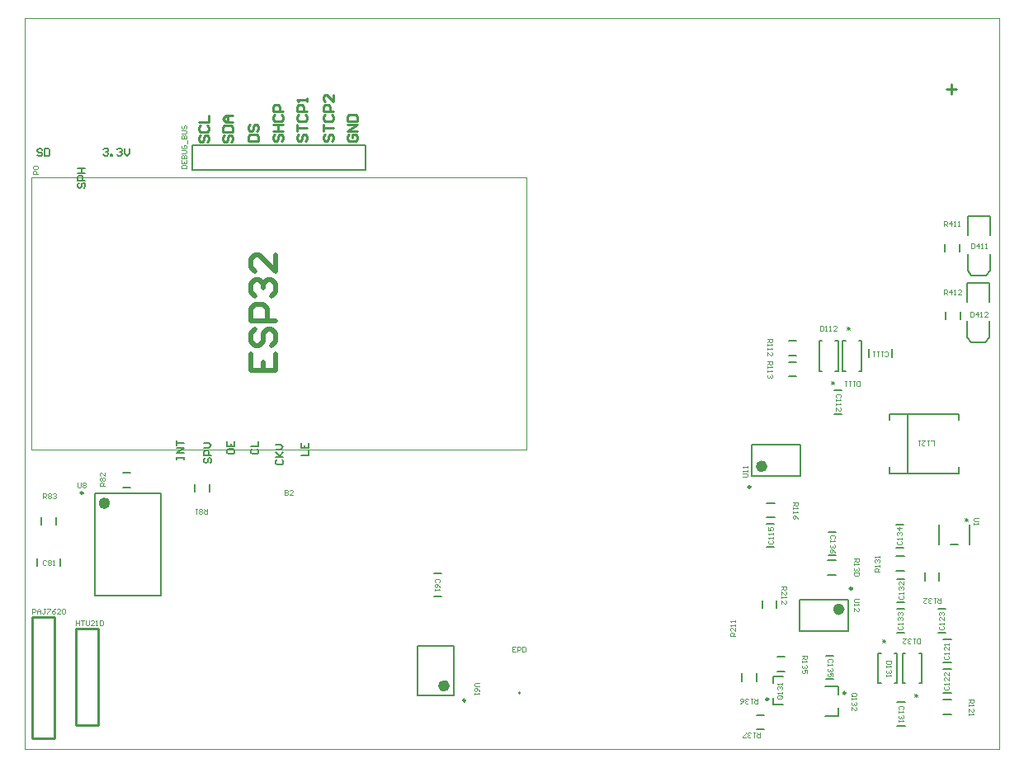
<source format=gto>
G04*
G04 #@! TF.GenerationSoftware,Altium Limited,Altium Designer,18.1.7 (191)*
G04*
G04 Layer_Color=65535*
%FSLAX25Y25*%
%MOIN*%
G70*
G01*
G75*
%ADD10C,0.00787*%
%ADD11C,0.00984*%
%ADD12C,0.02362*%
%ADD13C,0.01000*%
%ADD14C,0.00500*%
%ADD15C,0.00400*%
%ADD16C,0.00600*%
%ADD17C,0.00039*%
%ADD18C,0.02000*%
%ADD19C,0.00800*%
D10*
X200190Y22828D02*
G03*
X200190Y22828I-394J0D01*
G01*
X165225Y71224D02*
X168375D01*
X165225Y61775D02*
X168375D01*
X173184Y21661D02*
Y41739D01*
X158617Y21661D02*
Y41739D01*
Y21661D02*
X173184D01*
X158617Y41739D02*
X173184D01*
X68621Y103920D02*
Y107070D01*
X74526Y103920D02*
Y107070D01*
X39499Y105843D02*
X42648D01*
X39499Y111748D02*
X42648D01*
X28170Y62008D02*
X54941D01*
X28170Y103346D02*
X54941D01*
Y62008D02*
Y103346D01*
X28170Y62008D02*
Y103346D01*
X12526Y90720D02*
Y93870D01*
X6621Y90720D02*
Y93870D01*
X14298Y74020D02*
Y77170D01*
X4849Y74020D02*
Y77170D01*
X67624Y234081D02*
X137624D01*
Y244081D01*
X67624D02*
X137624D01*
X67624Y234081D02*
Y244081D01*
X302418Y26695D02*
Y29254D01*
X306355D01*
X302418Y18231D02*
Y20790D01*
Y18231D02*
X306355D01*
X313058Y60471D02*
X332743D01*
X313058Y47872D02*
X332743D01*
Y60471D01*
X313058Y47872D02*
Y60471D01*
X324361Y76385D02*
X327511D01*
X324361Y70479D02*
X327511D01*
X293657Y110373D02*
X313343D01*
X293657Y122971D02*
X313343D01*
X293657Y110373D02*
Y122971D01*
X313343Y110373D02*
Y122971D01*
X299725Y93647D02*
X302875D01*
X299725Y99553D02*
X302875D01*
X299502Y91072D02*
X302651D01*
X299502Y81623D02*
X302651D01*
X303753Y56925D02*
Y60075D01*
X297847Y56925D02*
Y60075D01*
X328530Y13247D02*
Y16594D01*
X323412Y13247D02*
X328530D01*
Y22105D02*
Y25452D01*
X323412D02*
X328530D01*
X380797Y207818D02*
Y215298D01*
X389852Y207818D02*
Y215298D01*
X380797D02*
X389852D01*
X382371Y191282D02*
X388277D01*
X380797Y193251D02*
Y199944D01*
X388277Y191282D02*
X389852Y193251D01*
X380797D02*
X382371Y191282D01*
X389852Y193251D02*
Y199944D01*
X371571Y200906D02*
Y204056D01*
X377477Y200906D02*
Y204056D01*
X371893Y173706D02*
Y176856D01*
X377799Y173706D02*
Y176856D01*
X380597Y180818D02*
Y188298D01*
X389652Y180818D02*
Y188298D01*
X380597D02*
X389652D01*
X382171Y164282D02*
X388077D01*
X380597Y166251D02*
Y172944D01*
X388077Y164282D02*
X389652Y166251D01*
X380597D02*
X382171Y164282D01*
X389652Y166251D02*
Y172944D01*
X350239Y158425D02*
Y161575D01*
X340791Y158425D02*
Y161575D01*
X326940Y144924D02*
X330090D01*
X326940Y135476D02*
X330090D01*
X308540Y150647D02*
X311690D01*
X308540Y156553D02*
X311690D01*
X308540Y159047D02*
X311690D01*
X308540Y164953D02*
X311690D01*
X324446Y78408D02*
X327596D01*
X324446Y87857D02*
X327596D01*
X295609Y13830D02*
X298758D01*
X295609Y7924D02*
X298758D01*
X323609Y28353D02*
X326758D01*
X323609Y37801D02*
X326758D01*
X295536Y27502D02*
Y30652D01*
X289631Y27502D02*
Y30652D01*
X369391Y68184D02*
Y71334D01*
X363485Y68184D02*
Y71334D01*
X352063Y78012D02*
X355213D01*
X352063Y72106D02*
X355213D01*
X303809Y31524D02*
X306958D01*
X303809Y37430D02*
X306958D01*
X351809Y90776D02*
X354958D01*
X351809Y81327D02*
X354958D01*
X352263Y68883D02*
X355413D01*
X352263Y59435D02*
X355413D01*
X352263Y56683D02*
X355413D01*
X352263Y47235D02*
X355413D01*
X352409Y9527D02*
X355558D01*
X352409Y18976D02*
X355558D01*
X371063Y14206D02*
X374213D01*
X371063Y20112D02*
X374213D01*
X371063Y22835D02*
X374213D01*
X371063Y32283D02*
X374213D01*
X371063Y35035D02*
X374213D01*
X371063Y44483D02*
X374213D01*
X368863Y47235D02*
X372013D01*
X368863Y56683D02*
X372013D01*
D11*
X178006Y19692D02*
G03*
X178006Y19692I-492J0D01*
G01*
X23445Y103524D02*
G03*
X23445Y103524I-492J0D01*
G01*
X300351Y20199D02*
G03*
X300351Y20199I-492J0D01*
G01*
X334239Y64900D02*
G03*
X334239Y64900I-492J0D01*
G01*
X293146Y105943D02*
G03*
X293146Y105943I-492J0D01*
G01*
X331581Y22696D02*
G03*
X331581Y22696I-492J0D01*
G01*
D12*
X170428Y25598D02*
G03*
X170428Y25598I-1181J0D01*
G01*
X33288Y99410D02*
G03*
X33288Y99410I-1181J0D01*
G01*
X329987Y56534D02*
G03*
X329987Y56534I-1181J0D01*
G01*
X298776Y114309D02*
G03*
X298776Y114309I-1181J0D01*
G01*
D13*
X20616Y48718D02*
X29616D01*
Y9718D02*
Y48718D01*
X20616Y9718D02*
X29616D01*
X20616D02*
Y48718D01*
X3016Y53418D02*
X12016D01*
Y4418D02*
Y53418D01*
X3016Y4418D02*
X12016D01*
X3016D02*
Y53418D01*
X374201Y264900D02*
Y268899D01*
X372202Y266899D02*
X376200D01*
X130876Y248529D02*
X130210Y247862D01*
Y246529D01*
X130876Y245863D01*
X133542D01*
X134209Y246529D01*
Y247862D01*
X133542Y248529D01*
X132209D01*
Y247196D01*
X134209Y249862D02*
X130210D01*
X134209Y252527D01*
X130210D01*
Y253860D02*
X134209D01*
Y255860D01*
X133542Y256526D01*
X130876D01*
X130210Y255860D01*
Y253860D01*
X121276Y248529D02*
X120610Y247862D01*
Y246529D01*
X121276Y245863D01*
X121943D01*
X122609Y246529D01*
Y247862D01*
X123276Y248529D01*
X123942D01*
X124609Y247862D01*
Y246529D01*
X123942Y245863D01*
X120610Y249862D02*
Y252527D01*
Y251195D01*
X124609D01*
X121276Y256526D02*
X120610Y255860D01*
Y254527D01*
X121276Y253860D01*
X123942D01*
X124609Y254527D01*
Y255860D01*
X123942Y256526D01*
X124609Y257859D02*
X120610D01*
Y259858D01*
X121276Y260525D01*
X122609D01*
X123276Y259858D01*
Y257859D01*
X124609Y264524D02*
Y261858D01*
X121943Y264524D01*
X121276D01*
X120610Y263857D01*
Y262524D01*
X121276Y261858D01*
X110776Y248529D02*
X110110Y247862D01*
Y246529D01*
X110776Y245863D01*
X111443D01*
X112109Y246529D01*
Y247862D01*
X112776Y248529D01*
X113442D01*
X114109Y247862D01*
Y246529D01*
X113442Y245863D01*
X110110Y249862D02*
Y252527D01*
Y251195D01*
X114109D01*
X110776Y256526D02*
X110110Y255860D01*
Y254527D01*
X110776Y253860D01*
X113442D01*
X114109Y254527D01*
Y255860D01*
X113442Y256526D01*
X114109Y257859D02*
X110110D01*
Y259858D01*
X110776Y260525D01*
X112109D01*
X112776Y259858D01*
Y257859D01*
X114109Y261858D02*
Y263191D01*
Y262524D01*
X110110D01*
X110776Y261858D01*
X100876Y248529D02*
X100210Y247862D01*
Y246529D01*
X100876Y245863D01*
X101543D01*
X102209Y246529D01*
Y247862D01*
X102876Y248529D01*
X103542D01*
X104209Y247862D01*
Y246529D01*
X103542Y245863D01*
X100210Y249862D02*
X104209D01*
X102209D01*
Y252527D01*
X100210D01*
X104209D01*
X100876Y256526D02*
X100210Y255860D01*
Y254527D01*
X100876Y253860D01*
X103542D01*
X104209Y254527D01*
Y255860D01*
X103542Y256526D01*
X104209Y257859D02*
X100210D01*
Y259858D01*
X100876Y260525D01*
X102209D01*
X102876Y259858D01*
Y257859D01*
X90210Y245863D02*
X94209D01*
Y247862D01*
X93542Y248529D01*
X90876D01*
X90210Y247862D01*
Y245863D01*
X90876Y252527D02*
X90210Y251861D01*
Y250528D01*
X90876Y249862D01*
X91543D01*
X92209Y250528D01*
Y251861D01*
X92876Y252527D01*
X93542D01*
X94209Y251861D01*
Y250528D01*
X93542Y249862D01*
X80676Y248029D02*
X80010Y247362D01*
Y246029D01*
X80676Y245363D01*
X81343D01*
X82009Y246029D01*
Y247362D01*
X82676Y248029D01*
X83342D01*
X84009Y247362D01*
Y246029D01*
X83342Y245363D01*
X80010Y249362D02*
X84009D01*
Y251361D01*
X83342Y252027D01*
X80676D01*
X80010Y251361D01*
Y249362D01*
X84009Y253360D02*
X81343D01*
X80010Y254693D01*
X81343Y256026D01*
X84009D01*
X82009D01*
Y253360D01*
X70976Y248029D02*
X70310Y247362D01*
Y246029D01*
X70976Y245363D01*
X71643D01*
X72309Y246029D01*
Y247362D01*
X72976Y248029D01*
X73642D01*
X74309Y247362D01*
Y246029D01*
X73642Y245363D01*
X70976Y252027D02*
X70310Y251361D01*
Y250028D01*
X70976Y249362D01*
X73642D01*
X74309Y250028D01*
Y251361D01*
X73642Y252027D01*
X70310Y253360D02*
X74309D01*
Y256026D01*
D14*
X356705Y111447D02*
Y135447D01*
X349205Y111447D02*
Y113947D01*
Y111447D02*
X377205D01*
Y113947D01*
Y132947D02*
Y135447D01*
X349205D02*
X377205D01*
X349205Y132947D02*
Y135447D01*
D15*
X393701Y0D02*
Y295276D01*
X0D02*
X393701D01*
X0Y0D02*
Y295276D01*
Y0D02*
X393701D01*
X325549Y147250D02*
X326882Y148583D01*
Y147250D02*
X325549Y148583D01*
X326216Y147250D02*
Y148583D01*
X326882Y147916D02*
X325549D01*
X333335Y170743D02*
X332002Y169410D01*
Y170743D02*
X333335Y169410D01*
X332668Y170743D02*
Y169410D01*
X332002Y170077D02*
X333335D01*
X359272Y21009D02*
X360604Y22342D01*
Y21009D02*
X359272Y22342D01*
X359938Y21009D02*
Y22342D01*
X360604Y21676D02*
X359272D01*
X347689Y44509D02*
X346356Y43176D01*
Y44509D02*
X347689Y43176D01*
X347022Y44509D02*
Y43176D01*
X346356Y43843D02*
X347689D01*
X380830Y93537D02*
X379497Y92204D01*
Y93537D02*
X380830Y92204D01*
X380163Y93537D02*
Y92204D01*
X379497Y92870D02*
X380830D01*
X7174Y101295D02*
Y103295D01*
X8173D01*
X8506Y102961D01*
Y102295D01*
X8173Y101962D01*
X7174D01*
X7840D02*
X8506Y101295D01*
X9173Y102961D02*
X9506Y103295D01*
X10173D01*
X10506Y102961D01*
Y102628D01*
X10173Y102295D01*
X10506Y101962D01*
Y101628D01*
X10173Y101295D01*
X9506D01*
X9173Y101628D01*
Y101962D01*
X9506Y102295D01*
X9173Y102628D01*
Y102961D01*
X9506Y102295D02*
X10173D01*
X11172Y102961D02*
X11506Y103295D01*
X12172D01*
X12505Y102961D01*
Y102628D01*
X12172Y102295D01*
X11839D01*
X12172D01*
X12505Y101962D01*
Y101628D01*
X12172Y101295D01*
X11506D01*
X11172Y101628D01*
X2816Y54718D02*
Y56717D01*
X3815D01*
X4148Y56384D01*
Y55718D01*
X3815Y55384D01*
X2816D01*
X4815Y54718D02*
Y56051D01*
X5481Y56717D01*
X6148Y56051D01*
Y54718D01*
Y55718D01*
X4815D01*
X8147Y56717D02*
X7481D01*
X7814D01*
Y55051D01*
X7481Y54718D01*
X7147D01*
X6814Y55051D01*
X8814Y56717D02*
X10147D01*
Y56384D01*
X8814Y55051D01*
Y54718D01*
X12146Y56717D02*
X11479Y56384D01*
X10813Y55718D01*
Y55051D01*
X11146Y54718D01*
X11813D01*
X12146Y55051D01*
Y55384D01*
X11813Y55718D01*
X10813D01*
X14145Y54718D02*
X12812D01*
X14145Y56051D01*
Y56384D01*
X13812Y56717D01*
X13146D01*
X12812Y56384D01*
X14812D02*
X15145Y56717D01*
X15811D01*
X16145Y56384D01*
Y55051D01*
X15811Y54718D01*
X15145D01*
X14812Y55051D01*
Y56384D01*
X104900Y104899D02*
Y102900D01*
X105900D01*
X106233Y103233D01*
Y103566D01*
X105900Y103900D01*
X104900D01*
X105900D01*
X106233Y104233D01*
Y104566D01*
X105900Y104899D01*
X104900D01*
X108232Y102900D02*
X106899D01*
X108232Y104233D01*
Y104566D01*
X107899Y104899D01*
X107232D01*
X106899Y104566D01*
X21374Y107795D02*
Y106129D01*
X21707Y105795D01*
X22373D01*
X22706Y106129D01*
Y107795D01*
X23373Y107461D02*
X23706Y107795D01*
X24373D01*
X24706Y107461D01*
Y107128D01*
X24373Y106795D01*
X24706Y106462D01*
Y106129D01*
X24373Y105795D01*
X23706D01*
X23373Y106129D01*
Y106462D01*
X23706Y106795D01*
X23373Y107128D01*
Y107461D01*
X23706Y106795D02*
X24373D01*
X32174Y106395D02*
X30174D01*
Y107395D01*
X30507Y107728D01*
X31174D01*
X31507Y107395D01*
Y106395D01*
Y107062D02*
X32174Y107728D01*
X30507Y108395D02*
X30174Y108728D01*
Y109394D01*
X30507Y109728D01*
X30841D01*
X31174Y109394D01*
X31507Y109728D01*
X31840D01*
X32174Y109394D01*
Y108728D01*
X31840Y108395D01*
X31507D01*
X31174Y108728D01*
X30841Y108395D01*
X30507D01*
X31174Y108728D02*
Y109394D01*
X32174Y111727D02*
Y110394D01*
X30841Y111727D01*
X30507D01*
X30174Y111394D01*
Y110727D01*
X30507Y110394D01*
X73774Y96995D02*
Y94996D01*
X72774D01*
X72441Y95329D01*
Y95996D01*
X72774Y96329D01*
X73774D01*
X73107D02*
X72441Y96995D01*
X71774Y95329D02*
X71441Y94996D01*
X70775D01*
X70441Y95329D01*
Y95662D01*
X70775Y95996D01*
X70441Y96329D01*
Y96662D01*
X70775Y96995D01*
X71441D01*
X71774Y96662D01*
Y96329D01*
X71441Y95996D01*
X71774Y95662D01*
Y95329D01*
X71441Y95996D02*
X70775D01*
X69775Y96995D02*
X69108D01*
X69442D01*
Y94996D01*
X69775Y95329D01*
X8506Y76161D02*
X8173Y76495D01*
X7507D01*
X7174Y76161D01*
Y74828D01*
X7507Y74495D01*
X8173D01*
X8506Y74828D01*
X9173Y76161D02*
X9506Y76495D01*
X10173D01*
X10506Y76161D01*
Y75828D01*
X10173Y75495D01*
X10506Y75162D01*
Y74828D01*
X10173Y74495D01*
X9506D01*
X9173Y74828D01*
Y75162D01*
X9506Y75495D01*
X9173Y75828D01*
Y76161D01*
X9506Y75495D02*
X10173D01*
X11172Y74495D02*
X11839D01*
X11506D01*
Y76495D01*
X11172Y76161D01*
X20516Y52217D02*
Y50218D01*
Y51218D01*
X21848D01*
Y52217D01*
Y50218D01*
X22515Y52217D02*
X23848D01*
X23181D01*
Y50218D01*
X24514Y52217D02*
Y50551D01*
X24847Y50218D01*
X25514D01*
X25847Y50551D01*
Y52217D01*
X27847Y50218D02*
X26514D01*
X27847Y51551D01*
Y51884D01*
X27513Y52217D01*
X26847D01*
X26514Y51884D01*
X28513Y50218D02*
X29179D01*
X28846D01*
Y52217D01*
X28513Y51884D01*
X30179Y52217D02*
Y50218D01*
X31179D01*
X31512Y50551D01*
Y51884D01*
X31179Y52217D01*
X30179D01*
X183599Y26900D02*
X181933D01*
X181600Y26567D01*
Y25900D01*
X181933Y25567D01*
X183599D01*
Y23568D02*
X183266Y24234D01*
X182600Y24901D01*
X181933D01*
X181600Y24567D01*
Y23901D01*
X181933Y23568D01*
X182266D01*
X182600Y23901D01*
Y24901D01*
X181600Y22901D02*
Y22235D01*
Y22568D01*
X183599D01*
X183266Y22901D01*
X167381Y67367D02*
X167714Y67700D01*
Y68367D01*
X167381Y68700D01*
X166048D01*
X165715Y68367D01*
Y67700D01*
X166048Y67367D01*
X167714Y65368D02*
X167381Y66034D01*
X166715Y66701D01*
X166048D01*
X165715Y66367D01*
Y65701D01*
X166048Y65368D01*
X166381D01*
X166715Y65701D01*
Y66701D01*
X165715Y64701D02*
Y64035D01*
Y64368D01*
X167714D01*
X167381Y64701D01*
X63425Y234881D02*
X65424D01*
Y235881D01*
X65091Y236214D01*
X63758D01*
X63425Y235881D01*
Y234881D01*
Y238213D02*
Y236880D01*
X65424D01*
Y238213D01*
X64424Y236880D02*
Y237547D01*
X63425Y238880D02*
X65424D01*
Y239879D01*
X65091Y240213D01*
X64758D01*
X64424Y239879D01*
Y238880D01*
Y239879D01*
X64091Y240213D01*
X63758D01*
X63425Y239879D01*
Y238880D01*
Y240879D02*
X65091D01*
X65424Y241212D01*
Y241879D01*
X65091Y242212D01*
X63425D01*
X63758Y244211D02*
X63425Y243878D01*
Y243212D01*
X63758Y242878D01*
X65091D01*
X65424Y243212D01*
Y243878D01*
X65091Y244211D01*
X64424D01*
Y243545D01*
X65757Y244878D02*
Y246211D01*
X63425Y246877D02*
X65424D01*
Y247877D01*
X65091Y248210D01*
X64758D01*
X64424Y247877D01*
Y246877D01*
Y247877D01*
X64091Y248210D01*
X63758D01*
X63425Y247877D01*
Y246877D01*
Y248876D02*
X65091D01*
X65424Y249210D01*
Y249876D01*
X65091Y250209D01*
X63425D01*
X63758Y252209D02*
X63425Y251875D01*
Y251209D01*
X63758Y250876D01*
X64091D01*
X64424Y251209D01*
Y251875D01*
X64758Y252209D01*
X65091D01*
X65424Y251875D01*
Y251209D01*
X65091Y250876D01*
X305547Y21775D02*
X304214D01*
X303881Y21442D01*
Y20776D01*
X304214Y20442D01*
X305547D01*
X305880Y20776D01*
Y21442D01*
X305214Y21109D02*
X305880Y21775D01*
Y21442D02*
X305547Y21775D01*
X305880Y22442D02*
Y23108D01*
Y22775D01*
X303881D01*
X304214Y22442D01*
Y24108D02*
X303881Y24441D01*
Y25108D01*
X304214Y25441D01*
X304547D01*
X304881Y25108D01*
Y24774D01*
Y25108D01*
X305214Y25441D01*
X305547D01*
X305880Y25108D01*
Y24441D01*
X305547Y24108D01*
X305880Y26107D02*
Y26774D01*
Y26441D01*
X303881D01*
X304214Y26107D01*
X286800Y45900D02*
X284801D01*
Y46900D01*
X285134Y47233D01*
X285800D01*
X286134Y46900D01*
Y45900D01*
Y46566D02*
X286800Y47233D01*
Y49232D02*
Y47899D01*
X285467Y49232D01*
X285134D01*
X284801Y48899D01*
Y48233D01*
X285134Y47899D01*
X286800Y49899D02*
Y50565D01*
Y50232D01*
X284801D01*
X285134Y49899D01*
X286800Y51565D02*
Y52231D01*
Y51898D01*
X284801D01*
X285134Y51565D01*
X336935Y60732D02*
X335269D01*
X334936Y60399D01*
Y59733D01*
X335269Y59399D01*
X336935D01*
X334936Y58733D02*
Y58066D01*
Y58400D01*
X336935D01*
X336602Y58733D01*
X334936Y55734D02*
Y57067D01*
X336269Y55734D01*
X336602D01*
X336935Y56067D01*
Y56734D01*
X336602Y57067D01*
X290087Y110232D02*
X291753D01*
X292087Y110565D01*
Y111232D01*
X291753Y111565D01*
X290087D01*
X292087Y112232D02*
Y112898D01*
Y112565D01*
X290087D01*
X290420Y112232D01*
X292087Y113898D02*
Y114564D01*
Y114231D01*
X290087D01*
X290420Y113898D01*
X310276Y99738D02*
X312276D01*
Y98738D01*
X311943Y98405D01*
X311276D01*
X310943Y98738D01*
Y99738D01*
Y99072D02*
X310276Y98405D01*
Y97739D02*
Y97072D01*
Y97405D01*
X312276D01*
X311943Y97739D01*
X310276Y96073D02*
Y95406D01*
Y95739D01*
X312276D01*
X311943Y96073D01*
X312276Y93073D02*
X311943Y93740D01*
X311276Y94406D01*
X310610D01*
X310276Y94073D01*
Y93407D01*
X310610Y93073D01*
X310943D01*
X311276Y93407D01*
Y94406D01*
X334936Y76932D02*
X336935D01*
Y75933D01*
X336602Y75599D01*
X335936D01*
X335603Y75933D01*
Y76932D01*
Y76266D02*
X334936Y75599D01*
Y74933D02*
Y74266D01*
Y74600D01*
X336935D01*
X336602Y74933D01*
Y73267D02*
X336935Y72934D01*
Y72267D01*
X336602Y71934D01*
X336269D01*
X335936Y72267D01*
Y72600D01*
Y72267D01*
X335603Y71934D01*
X335269D01*
X334936Y72267D01*
Y72934D01*
X335269Y73267D01*
X336935Y71267D02*
X334936D01*
Y70268D01*
X335269Y69934D01*
X336602D01*
X336935Y70268D01*
Y71267D01*
X300734Y84433D02*
X300401Y84100D01*
Y83433D01*
X300734Y83100D01*
X302067D01*
X302400Y83433D01*
Y84100D01*
X302067Y84433D01*
X302400Y85099D02*
Y85766D01*
Y85433D01*
X300401D01*
X300734Y85099D01*
X302400Y86765D02*
Y87432D01*
Y87099D01*
X300401D01*
X300734Y86765D01*
X300401Y89764D02*
Y88432D01*
X301400D01*
X301067Y89098D01*
Y89431D01*
X301400Y89764D01*
X302067D01*
X302400Y89431D01*
Y88765D01*
X302067Y88432D01*
X334217Y21344D02*
X335550D01*
X335883Y21677D01*
Y22344D01*
X335550Y22677D01*
X334217D01*
X333883Y22344D01*
Y21677D01*
X334550Y22011D02*
X333883Y21344D01*
Y21677D02*
X334217Y21344D01*
X333883Y20678D02*
Y20011D01*
Y20344D01*
X335883D01*
X335550Y20678D01*
Y19012D02*
X335883Y18678D01*
Y18012D01*
X335550Y17679D01*
X335216D01*
X334883Y18012D01*
Y18345D01*
Y18012D01*
X334550Y17679D01*
X334217D01*
X333883Y18012D01*
Y18678D01*
X334217Y19012D01*
X333883Y15679D02*
Y17012D01*
X335216Y15679D01*
X335550D01*
X335883Y16013D01*
Y16679D01*
X335550Y17012D01*
X296983Y6677D02*
Y4678D01*
X295984D01*
X295651Y5011D01*
Y5677D01*
X295984Y6010D01*
X296983D01*
X296317D02*
X295651Y6677D01*
X294984D02*
X294318D01*
X294651D01*
Y4678D01*
X294984Y5011D01*
X293318D02*
X292985Y4678D01*
X292318D01*
X291985Y5011D01*
Y5344D01*
X292318Y5677D01*
X292652D01*
X292318D01*
X291985Y6010D01*
Y6344D01*
X292318Y6677D01*
X292985D01*
X293318Y6344D01*
X291319Y4678D02*
X289986D01*
Y5011D01*
X291319Y6344D01*
Y6677D01*
X299915Y156600D02*
X301915D01*
Y155600D01*
X301581Y155267D01*
X300915D01*
X300582Y155600D01*
Y156600D01*
Y155934D02*
X299915Y155267D01*
Y154601D02*
Y153934D01*
Y154267D01*
X301915D01*
X301581Y154601D01*
X299915Y152935D02*
Y152268D01*
Y152601D01*
X301915D01*
X301581Y152935D01*
Y151268D02*
X301915Y150935D01*
Y150269D01*
X301581Y149935D01*
X301248D01*
X300915Y150269D01*
Y150602D01*
Y150269D01*
X300582Y149935D01*
X300248D01*
X299915Y150269D01*
Y150935D01*
X300248Y151268D01*
X299915Y165600D02*
X301915D01*
Y164600D01*
X301581Y164267D01*
X300915D01*
X300582Y164600D01*
Y165600D01*
Y164934D02*
X299915Y164267D01*
Y163601D02*
Y162934D01*
Y163267D01*
X301915D01*
X301581Y163601D01*
X299915Y161934D02*
Y161268D01*
Y161601D01*
X301915D01*
X301581Y161934D01*
X299915Y158935D02*
Y160268D01*
X301248Y158935D01*
X301581D01*
X301915Y159269D01*
Y159935D01*
X301581Y160268D01*
X326887Y84999D02*
X327221Y85333D01*
Y85999D01*
X326887Y86332D01*
X325554D01*
X325221Y85999D01*
Y85333D01*
X325554Y84999D01*
X325221Y84333D02*
Y83666D01*
Y84000D01*
X327221D01*
X326887Y84333D01*
Y82667D02*
X327221Y82333D01*
Y81667D01*
X326887Y81334D01*
X326554D01*
X326221Y81667D01*
Y82000D01*
Y81667D01*
X325888Y81334D01*
X325554D01*
X325221Y81667D01*
Y82333D01*
X325554Y82667D01*
X327221Y79334D02*
X326887Y80001D01*
X326221Y80667D01*
X325554D01*
X325221Y80334D01*
Y79668D01*
X325554Y79334D01*
X325888D01*
X326221Y79668D01*
Y80667D01*
X325850Y35144D02*
X326183Y35477D01*
Y36144D01*
X325850Y36477D01*
X324517D01*
X324183Y36144D01*
Y35477D01*
X324517Y35144D01*
X324183Y34478D02*
Y33811D01*
Y34144D01*
X326183D01*
X325850Y34478D01*
Y32811D02*
X326183Y32478D01*
Y31812D01*
X325850Y31479D01*
X325516D01*
X325183Y31812D01*
Y32145D01*
Y31812D01*
X324850Y31479D01*
X324517D01*
X324183Y31812D01*
Y32478D01*
X324517Y32811D01*
X326183Y29479D02*
Y30812D01*
X325183D01*
X325516Y30146D01*
Y29812D01*
X325183Y29479D01*
X324517D01*
X324183Y29812D01*
Y30479D01*
X324517Y30812D01*
X385237Y93559D02*
X383571D01*
X383238Y93226D01*
Y92559D01*
X383571Y92226D01*
X385237D01*
X383238Y91560D02*
Y90893D01*
Y91226D01*
X385237D01*
X384904Y91560D01*
X371168Y183881D02*
Y185880D01*
X372168D01*
X372501Y185547D01*
Y184881D01*
X372168Y184547D01*
X371168D01*
X371834D02*
X372501Y183881D01*
X374167D02*
Y185880D01*
X373167Y184881D01*
X374500D01*
X375167Y183881D02*
X375833D01*
X375500D01*
Y185880D01*
X375167Y185547D01*
X378166Y183881D02*
X376833D01*
X378166Y185214D01*
Y185547D01*
X377833Y185880D01*
X377166D01*
X376833Y185547D01*
X371124Y211281D02*
Y213280D01*
X372124D01*
X372457Y212947D01*
Y212281D01*
X372124Y211947D01*
X371124D01*
X371791D02*
X372457Y211281D01*
X374123D02*
Y213280D01*
X373123Y212281D01*
X374456D01*
X375123Y211281D02*
X375789D01*
X375456D01*
Y213280D01*
X375123Y212947D01*
X376789Y211281D02*
X377455D01*
X377122D01*
Y213280D01*
X376789Y212947D01*
X305700Y65700D02*
X307699D01*
Y64700D01*
X307366Y64367D01*
X306700D01*
X306366Y64700D01*
Y65700D01*
Y65034D02*
X305700Y64367D01*
Y62368D02*
Y63701D01*
X307033Y62368D01*
X307366D01*
X307699Y62701D01*
Y63367D01*
X307366Y63701D01*
X305700Y61701D02*
Y61035D01*
Y61368D01*
X307699D01*
X307366Y61701D01*
X305700Y58702D02*
Y60035D01*
X307033Y58702D01*
X307366D01*
X307699Y59035D01*
Y59702D01*
X307366Y60035D01*
X295983Y20477D02*
Y18478D01*
X294984D01*
X294651Y18811D01*
Y19477D01*
X294984Y19811D01*
X295983D01*
X295317D02*
X294651Y20477D01*
X293984D02*
X293318D01*
X293651D01*
Y18478D01*
X293984Y18811D01*
X292318D02*
X291985Y18478D01*
X291318D01*
X290985Y18811D01*
Y19144D01*
X291318Y19477D01*
X291652D01*
X291318D01*
X290985Y19811D01*
Y20144D01*
X291318Y20477D01*
X291985D01*
X292318Y20144D01*
X288986Y18478D02*
X289652Y18811D01*
X290319Y19477D01*
Y20144D01*
X289985Y20477D01*
X289319D01*
X288986Y20144D01*
Y19811D01*
X289319Y19477D01*
X290319D01*
X313983Y37877D02*
X315983D01*
Y36877D01*
X315650Y36544D01*
X314983D01*
X314650Y36877D01*
Y37877D01*
Y37211D02*
X313983Y36544D01*
Y35878D02*
Y35211D01*
Y35544D01*
X315983D01*
X315650Y35878D01*
Y34212D02*
X315983Y33878D01*
Y33212D01*
X315650Y32879D01*
X315316D01*
X314983Y33212D01*
Y33545D01*
Y33212D01*
X314650Y32879D01*
X314317D01*
X313983Y33212D01*
Y33878D01*
X314317Y34212D01*
X315983Y30879D02*
Y32212D01*
X314983D01*
X315316Y31546D01*
Y31212D01*
X314983Y30879D01*
X314317D01*
X313983Y31212D01*
Y31879D01*
X314317Y32212D01*
X369838Y61159D02*
Y59160D01*
X368838D01*
X368505Y59493D01*
Y60159D01*
X368838Y60493D01*
X369838D01*
X369171D02*
X368505Y61159D01*
X367838D02*
X367172D01*
X367505D01*
Y59160D01*
X367838Y59493D01*
X366172D02*
X365839Y59160D01*
X365173D01*
X364839Y59493D01*
Y59826D01*
X365173Y60159D01*
X365506D01*
X365173D01*
X364839Y60493D01*
Y60826D01*
X365173Y61159D01*
X365839D01*
X366172Y60826D01*
X362840Y61159D02*
X364173D01*
X362840Y59826D01*
Y59493D01*
X363173Y59160D01*
X363840D01*
X364173Y59493D01*
X345238Y71859D02*
X343238D01*
Y72859D01*
X343571Y73192D01*
X344238D01*
X344571Y72859D01*
Y71859D01*
Y72526D02*
X345238Y73192D01*
Y73858D02*
Y74525D01*
Y74192D01*
X343238D01*
X343571Y73858D01*
Y75524D02*
X343238Y75858D01*
Y76524D01*
X343571Y76857D01*
X343905D01*
X344238Y76524D01*
Y76191D01*
Y76524D01*
X344571Y76857D01*
X344904D01*
X345238Y76524D01*
Y75858D01*
X344904Y75524D01*
X345238Y77524D02*
Y78190D01*
Y77857D01*
X343238D01*
X343571Y77524D01*
X381383Y20151D02*
X383383D01*
Y19151D01*
X383050Y18818D01*
X382383D01*
X382050Y19151D01*
Y20151D01*
Y19485D02*
X381383Y18818D01*
Y18152D02*
Y17485D01*
Y17819D01*
X383383D01*
X383050Y18152D01*
X381383Y15153D02*
Y16486D01*
X382716Y15153D01*
X383050D01*
X383383Y15486D01*
Y16152D01*
X383050Y16486D01*
X381383Y14486D02*
Y13820D01*
Y14153D01*
X383383D01*
X383050Y14486D01*
X5124Y232500D02*
X3125D01*
Y233500D01*
X3458Y233833D01*
X4124D01*
X4458Y233500D01*
Y232500D01*
X3458Y234499D02*
X3125Y234833D01*
Y235499D01*
X3458Y235832D01*
X4791D01*
X5124Y235499D01*
Y234833D01*
X4791Y234499D01*
X3458D01*
X367205Y122848D02*
Y124847D01*
X365872D01*
X365205D02*
X364539D01*
X364872D01*
Y122848D01*
X365205Y123181D01*
X362206Y124847D02*
X363539D01*
X362206Y123514D01*
Y123181D01*
X362540Y122848D01*
X363206D01*
X363539Y123181D01*
X361540Y124847D02*
X360873D01*
X361207D01*
Y122848D01*
X361540Y123181D01*
X198176Y41362D02*
X196843D01*
Y39363D01*
X198176D01*
X196843Y40363D02*
X197510D01*
X198843Y39363D02*
Y41362D01*
X199842D01*
X200176Y41029D01*
Y40363D01*
X199842Y40029D01*
X198843D01*
X200842Y41362D02*
Y39363D01*
X201842D01*
X202175Y39696D01*
Y41029D01*
X201842Y41362D01*
X200842D01*
X382024Y176780D02*
Y174781D01*
X383024D01*
X383357Y175114D01*
Y176447D01*
X383024Y176780D01*
X382024D01*
X385023Y174781D02*
Y176780D01*
X384023Y175781D01*
X385356D01*
X386023Y174781D02*
X386689D01*
X386356D01*
Y176780D01*
X386023Y176447D01*
X389022Y174781D02*
X387689D01*
X389022Y176114D01*
Y176447D01*
X388688Y176780D01*
X388022D01*
X387689Y176447D01*
X382424Y204480D02*
Y202481D01*
X383424D01*
X383757Y202814D01*
Y204147D01*
X383424Y204480D01*
X382424D01*
X385423Y202481D02*
Y204480D01*
X384423Y203481D01*
X385756D01*
X386423Y202481D02*
X387089D01*
X386756D01*
Y204480D01*
X386423Y204147D01*
X388089Y202481D02*
X388755D01*
X388422D01*
Y204480D01*
X388089Y204147D01*
X361638Y42645D02*
Y44644D01*
X360638D01*
X360305Y44311D01*
Y42978D01*
X360638Y42645D01*
X361638D01*
X359638Y44644D02*
X358972D01*
X359305D01*
Y42645D01*
X359638Y42978D01*
X357972D02*
X357639Y42645D01*
X356973D01*
X356639Y42978D01*
Y43311D01*
X356973Y43644D01*
X357306D01*
X356973D01*
X356639Y43978D01*
Y44311D01*
X356973Y44644D01*
X357639D01*
X357972Y44311D01*
X354640Y44644D02*
X355973D01*
X354640Y43311D01*
Y42978D01*
X354973Y42645D01*
X355640D01*
X355973Y42978D01*
X349783Y35851D02*
X347783D01*
Y34851D01*
X348117Y34518D01*
X349449D01*
X349783Y34851D01*
Y35851D01*
X347783Y33852D02*
Y33185D01*
Y33518D01*
X349783D01*
X349449Y33852D01*
Y32186D02*
X349783Y31852D01*
Y31186D01*
X349449Y30853D01*
X349116D01*
X348783Y31186D01*
Y31519D01*
Y31186D01*
X348450Y30853D01*
X348117D01*
X347783Y31186D01*
Y31852D01*
X348117Y32186D01*
X347783Y30186D02*
Y29520D01*
Y29853D01*
X349783D01*
X349449Y30186D01*
X321115Y171199D02*
Y169200D01*
X322115D01*
X322448Y169533D01*
Y170866D01*
X322115Y171199D01*
X321115D01*
X323114Y169200D02*
X323781D01*
X323448D01*
Y171199D01*
X323114Y170866D01*
X324781Y169200D02*
X325447D01*
X325114D01*
Y171199D01*
X324781Y170866D01*
X327780Y169200D02*
X326447D01*
X327780Y170533D01*
Y170866D01*
X327447Y171199D01*
X326780D01*
X326447Y170866D01*
X337169Y146794D02*
Y148793D01*
X336169D01*
X335836Y148460D01*
Y147127D01*
X336169Y146794D01*
X337169D01*
X335169Y148793D02*
X334503D01*
X334836D01*
Y146794D01*
X335169Y147127D01*
X333503Y148793D02*
X332837D01*
X333170D01*
Y146794D01*
X333503Y147127D01*
X331837Y148793D02*
X331171D01*
X331504D01*
Y146794D01*
X331837Y147127D01*
X352717Y83984D02*
X352384Y83651D01*
Y82984D01*
X352717Y82651D01*
X354050D01*
X354383Y82984D01*
Y83651D01*
X354050Y83984D01*
X354383Y84650D02*
Y85317D01*
Y84984D01*
X352384D01*
X352717Y84650D01*
Y86317D02*
X352384Y86650D01*
Y87316D01*
X352717Y87650D01*
X353050D01*
X353384Y87316D01*
Y86983D01*
Y87316D01*
X353717Y87650D01*
X354050D01*
X354383Y87316D01*
Y86650D01*
X354050Y86317D01*
X354383Y89316D02*
X352384D01*
X353384Y88316D01*
Y89649D01*
X352972Y49892D02*
X352638Y49559D01*
Y48892D01*
X352972Y48559D01*
X354304D01*
X354638Y48892D01*
Y49559D01*
X354304Y49892D01*
X354638Y50558D02*
Y51225D01*
Y50892D01*
X352638D01*
X352972Y50558D01*
Y52224D02*
X352638Y52558D01*
Y53224D01*
X352972Y53557D01*
X353305D01*
X353638Y53224D01*
Y52891D01*
Y53224D01*
X353971Y53557D01*
X354304D01*
X354638Y53224D01*
Y52558D01*
X354304Y52224D01*
X352972Y54224D02*
X352638Y54557D01*
Y55224D01*
X352972Y55557D01*
X353305D01*
X353638Y55224D01*
Y54890D01*
Y55224D01*
X353971Y55557D01*
X354304D01*
X354638Y55224D01*
Y54557D01*
X354304Y54224D01*
X353171Y62092D02*
X352838Y61759D01*
Y61092D01*
X353171Y60759D01*
X354504D01*
X354838Y61092D01*
Y61759D01*
X354504Y62092D01*
X354838Y62758D02*
Y63425D01*
Y63092D01*
X352838D01*
X353171Y62758D01*
Y64425D02*
X352838Y64758D01*
Y65424D01*
X353171Y65757D01*
X353505D01*
X353838Y65424D01*
Y65091D01*
Y65424D01*
X354171Y65757D01*
X354504D01*
X354838Y65424D01*
Y64758D01*
X354504Y64425D01*
X354838Y67757D02*
Y66424D01*
X353505Y67757D01*
X353171D01*
X352838Y67423D01*
Y66757D01*
X353171Y66424D01*
X354649Y15918D02*
X354983Y16251D01*
Y16918D01*
X354649Y17251D01*
X353317D01*
X352983Y16918D01*
Y16251D01*
X353317Y15918D01*
X352983Y15252D02*
Y14585D01*
Y14919D01*
X354983D01*
X354649Y15252D01*
Y13586D02*
X354983Y13252D01*
Y12586D01*
X354649Y12253D01*
X354316D01*
X353983Y12586D01*
Y12919D01*
Y12586D01*
X353650Y12253D01*
X353317D01*
X352983Y12586D01*
Y13252D01*
X353317Y13586D01*
X352983Y11586D02*
Y10920D01*
Y11253D01*
X354983D01*
X354649Y11586D01*
X369571Y49892D02*
X369238Y49559D01*
Y48892D01*
X369571Y48559D01*
X370904D01*
X371238Y48892D01*
Y49559D01*
X370904Y49892D01*
X371238Y50558D02*
Y51225D01*
Y50892D01*
X369238D01*
X369571Y50558D01*
X371238Y53557D02*
Y52224D01*
X369905Y53557D01*
X369571D01*
X369238Y53224D01*
Y52558D01*
X369571Y52224D01*
Y54224D02*
X369238Y54557D01*
Y55224D01*
X369571Y55557D01*
X369905D01*
X370238Y55224D01*
Y54890D01*
Y55224D01*
X370571Y55557D01*
X370904D01*
X371238Y55224D01*
Y54557D01*
X370904Y54224D01*
X371772Y25292D02*
X371438Y24959D01*
Y24292D01*
X371772Y23959D01*
X373104D01*
X373438Y24292D01*
Y24959D01*
X373104Y25292D01*
X373438Y25958D02*
Y26625D01*
Y26292D01*
X371438D01*
X371772Y25958D01*
X373438Y28957D02*
Y27624D01*
X372105Y28957D01*
X371772D01*
X371438Y28624D01*
Y27958D01*
X371772Y27624D01*
X373438Y30957D02*
Y29624D01*
X372105Y30957D01*
X371772D01*
X371438Y30623D01*
Y29957D01*
X371772Y29624D01*
Y37892D02*
X371438Y37559D01*
Y36892D01*
X371772Y36559D01*
X373104D01*
X373438Y36892D01*
Y37559D01*
X373104Y37892D01*
X373438Y38558D02*
Y39225D01*
Y38892D01*
X371438D01*
X371772Y38558D01*
X373438Y41557D02*
Y40224D01*
X372105Y41557D01*
X371772D01*
X371438Y41224D01*
Y40558D01*
X371772Y40224D01*
X373438Y42224D02*
Y42890D01*
Y42557D01*
X371438D01*
X371772Y42224D01*
X329381Y142067D02*
X329714Y142400D01*
Y143067D01*
X329381Y143400D01*
X328048D01*
X327715Y143067D01*
Y142400D01*
X328048Y142067D01*
X327715Y141401D02*
Y140734D01*
Y141067D01*
X329714D01*
X329381Y141401D01*
X327715Y139734D02*
Y139068D01*
Y139401D01*
X329714D01*
X329381Y139734D01*
X327715Y136735D02*
Y138068D01*
X329048Y136735D01*
X329381D01*
X329714Y137069D01*
Y137735D01*
X329381Y138068D01*
X347182Y159134D02*
X347516Y158801D01*
X348182D01*
X348515Y159134D01*
Y160467D01*
X348182Y160800D01*
X347516D01*
X347182Y160467D01*
X346516Y160800D02*
X345849D01*
X346183D01*
Y158801D01*
X346516Y159134D01*
X344850Y160800D02*
X344183D01*
X344516D01*
Y158801D01*
X344850Y159134D01*
X343184Y160800D02*
X342517D01*
X342850D01*
Y158801D01*
X343184Y159134D01*
D16*
X320865Y152900D02*
X322005D01*
X320865D02*
Y165100D01*
X327425D02*
X328565D01*
Y152900D02*
Y165100D01*
X327425Y152900D02*
X328565D01*
X320865Y165100D02*
X322005D01*
X336879Y165093D02*
X338019D01*
Y152893D02*
Y165093D01*
X330319Y152893D02*
X331459D01*
X330319D02*
Y165093D01*
X331459D01*
X336879Y152893D02*
X338019D01*
X354588Y26659D02*
X355728D01*
X354588D02*
Y38859D01*
X361148D02*
X362288D01*
Y26659D02*
Y38859D01*
X361148Y26659D02*
X362288D01*
X354588Y38859D02*
X355728D01*
X351233D02*
X352373D01*
Y26659D02*
Y38859D01*
X344673Y26659D02*
X345813D01*
X344673D02*
Y38859D01*
X345813D01*
X351233Y26659D02*
X352373D01*
X369229Y82814D02*
Y90704D01*
X373993Y82814D02*
X376882D01*
X381646D02*
Y90704D01*
X6999Y242099D02*
X6499Y242599D01*
X5500D01*
X5000Y242099D01*
Y241599D01*
X5500Y241100D01*
X6499D01*
X6999Y240600D01*
Y240100D01*
X6499Y239600D01*
X5500D01*
X5000Y240100D01*
X7999Y242599D02*
Y239600D01*
X9499D01*
X9998Y240100D01*
Y242099D01*
X9499Y242599D01*
X7999D01*
X31700Y242299D02*
X32200Y242799D01*
X33200D01*
X33699Y242299D01*
Y241799D01*
X33200Y241300D01*
X32700D01*
X33200D01*
X33699Y240800D01*
Y240300D01*
X33200Y239800D01*
X32200D01*
X31700Y240300D01*
X34699Y239800D02*
Y240300D01*
X35199D01*
Y239800D01*
X34699D01*
X37198Y242299D02*
X37698Y242799D01*
X38698D01*
X39198Y242299D01*
Y241799D01*
X38698Y241300D01*
X38198D01*
X38698D01*
X39198Y240800D01*
Y240300D01*
X38698Y239800D01*
X37698D01*
X37198Y240300D01*
X40197Y242799D02*
Y240800D01*
X41197Y239800D01*
X42197Y240800D01*
Y242799D01*
X21801Y228899D02*
X21301Y228399D01*
Y227400D01*
X21801Y226900D01*
X22301D01*
X22801Y227400D01*
Y228399D01*
X23300Y228899D01*
X23800D01*
X24300Y228399D01*
Y227400D01*
X23800Y226900D01*
X24300Y229899D02*
X21301D01*
Y231399D01*
X21801Y231898D01*
X22801D01*
X23300Y231399D01*
Y229899D01*
X21301Y232898D02*
X24300D01*
X22801D01*
Y234897D01*
X21301D01*
X24300D01*
D17*
X2624Y121200D02*
X12624D01*
X2624D02*
Y231200D01*
X202624D01*
Y121200D02*
Y231200D01*
X12624Y121200D02*
X202624D01*
D18*
X91403Y159864D02*
Y153200D01*
X101400D01*
Y159864D01*
X96402Y153200D02*
Y156532D01*
X93069Y169861D02*
X91403Y168195D01*
Y164863D01*
X93069Y163197D01*
X94735D01*
X96402Y164863D01*
Y168195D01*
X98068Y169861D01*
X99734D01*
X101400Y168195D01*
Y164863D01*
X99734Y163197D01*
X101400Y173194D02*
X91403D01*
Y178192D01*
X93069Y179858D01*
X96402D01*
X98068Y178192D01*
Y173194D01*
X93069Y183190D02*
X91403Y184856D01*
Y188189D01*
X93069Y189855D01*
X94735D01*
X96402Y188189D01*
Y186523D01*
Y188189D01*
X98068Y189855D01*
X99734D01*
X101400Y188189D01*
Y184856D01*
X99734Y183190D01*
X101400Y199852D02*
Y193187D01*
X94735Y199852D01*
X93069D01*
X91403Y198186D01*
Y194853D01*
X93069Y193187D01*
D19*
X61301Y117103D02*
Y118103D01*
Y117603D01*
X64300D01*
Y117103D01*
Y118103D01*
Y119602D02*
X61301D01*
X64300Y121602D01*
X61301D01*
Y122601D02*
Y124601D01*
Y123601D01*
X64300D01*
X72801Y117603D02*
X72301Y117103D01*
Y116103D01*
X72801Y115603D01*
X73301D01*
X73800Y116103D01*
Y117103D01*
X74300Y117603D01*
X74800D01*
X75300Y117103D01*
Y116103D01*
X74800Y115603D01*
X75300Y118602D02*
X72301D01*
Y120102D01*
X72801Y120602D01*
X73800D01*
X74300Y120102D01*
Y118602D01*
X72301Y121601D02*
X74300D01*
X75300Y122601D01*
X74300Y123601D01*
X72301D01*
X81701Y120803D02*
Y119803D01*
X82201Y119303D01*
X84200D01*
X84700Y119803D01*
Y120803D01*
X84200Y121303D01*
X82201D01*
X81701Y120803D01*
Y124302D02*
Y122302D01*
X84700D01*
Y124302D01*
X83201Y122302D02*
Y123302D01*
X91801Y121403D02*
X91301Y120903D01*
Y119903D01*
X91801Y119403D01*
X93800D01*
X94300Y119903D01*
Y120903D01*
X93800Y121403D01*
X91301Y122402D02*
X94300D01*
Y124402D01*
X101901Y117003D02*
X101401Y116503D01*
Y115503D01*
X101901Y115003D01*
X103900D01*
X104400Y115503D01*
Y116503D01*
X103900Y117003D01*
X101401Y118002D02*
X104400D01*
X103400D01*
X101401Y120002D01*
X102901Y118502D01*
X104400Y120002D01*
X101401Y121001D02*
X103400D01*
X104400Y122001D01*
X103400Y123001D01*
X101401D01*
X111601Y118603D02*
X114600D01*
Y120603D01*
X111601Y123602D02*
Y121602D01*
X114600D01*
Y123602D01*
X113101Y121602D02*
Y122602D01*
M02*

</source>
